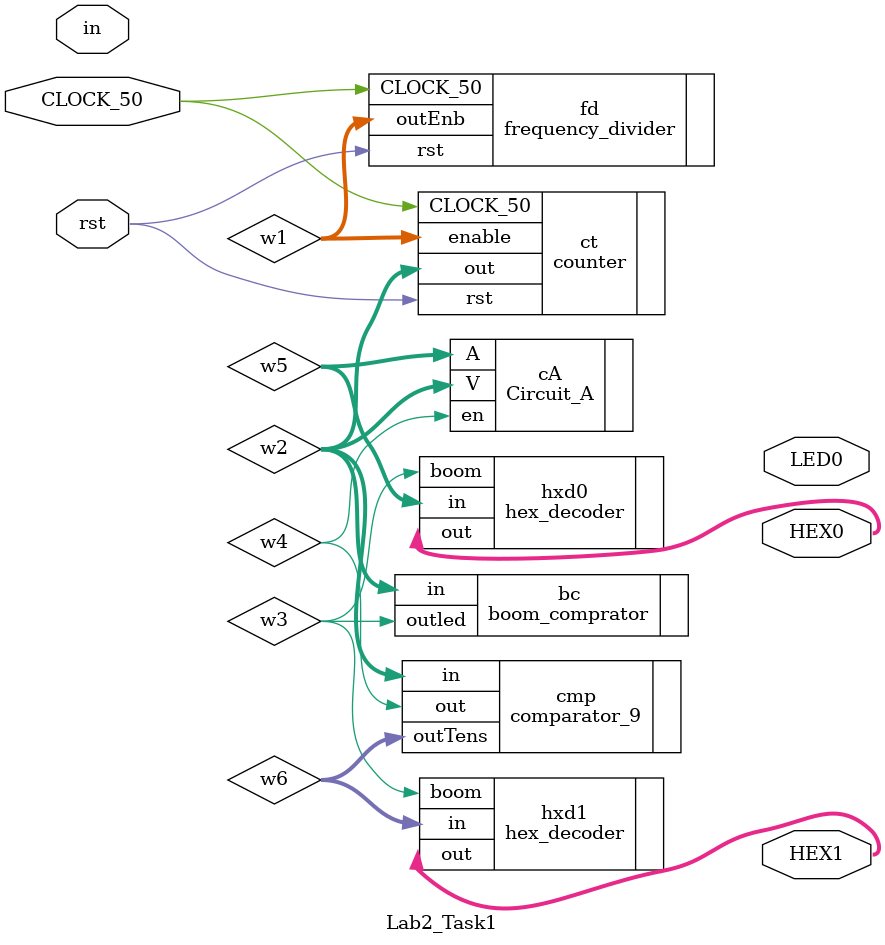
<source format=v>
module Lab2_Task1(in,HEX0, HEX1, LED0,CLOCK_50,rst);
	input in, CLOCK_50, rst;
	output [7:0]HEX0, HEX1;
	output LED0;
	wire [3:0]w1, w2;
	wire w3, w4;
	wire [3:0]w5, w6;
	
	frequency_divider fd (.CLOCK_50(CLOCK_50),.outEnb(w1),.rst(rst));
	counter ct (.CLOCK_50(CLOCK_50) , .enable(w1), .rst(rst), .out(w2));
	boom_comprator bc (.in(w2), .outled(w3)); // w2 => number-to write hex in decimal, w3 => boom comparator result.
	
	comparator_9 cmp (.in(w2), .out(w4), .outTens(w6)); // w4 => 1: w2 is greater than 10, 0: less than 10
	//wire w6 = (w4) ? (4'b0001) : (4'b0000); // assign the tens digit to w6
	
	Circuit_A cA (.A(w5), .V(w2), .en(w4)); // if w2 is greater than 10, subtract 10
	
	hex_decoder hxd0 (.boom(w3), .in(w5), .out(HEX0)); // writes the ones digit to hex0.
	
	hex_decoder hxd1 (.boom(w3), .in(w6), .out(HEX1)); // writes the tens digit to hex1.
	
endmodule

</source>
